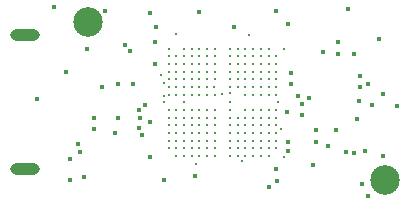
<source format=gbr>
%TF.GenerationSoftware,Altium Limited,Altium Designer,20.2.5 (213)*%
G04 Layer_Color=0*
%FSLAX26Y26*%
%MOIN*%
%TF.SameCoordinates,0FE6C2C3-B7F4-45EC-A48D-0F423D7CACB9*%
%TF.FilePolarity,Positive*%
%TF.FileFunction,Plated,1,4,PTH,Drill*%
%TF.Part,Single*%
G01*
G75*
%TA.AperFunction,OtherDrill,Pad Free-3 (2733mil,1600mil)*%
%ADD73C,0.098425*%
%TA.AperFunction,OtherDrill,Pad Free-2 (1741mil,2127mil)*%
%ADD74C,0.098425*%
%TA.AperFunction,ComponentDrill*%
%ADD75O,0.098425X0.039370*%
%TA.AperFunction,ViaDrill,NotFilled*%
%ADD76C,0.008000*%
%ADD77C,0.015000*%
D73*
X2733000Y1600000D02*
D03*
D74*
X1741000Y2127000D02*
D03*
D75*
X1530000Y2084410D02*
D03*
Y1635590D02*
D03*
D76*
X2061759Y1884237D02*
D03*
Y1859066D02*
D03*
X2213590Y1888317D02*
D03*
X2215305Y1859066D02*
D03*
X2164121Y1884237D02*
D03*
X2189074Y1886381D02*
D03*
X2292077Y1756283D02*
D03*
X2240895D02*
D03*
X2266485D02*
D03*
X2215305D02*
D03*
X2317667D02*
D03*
X2164121Y1833055D02*
D03*
X2215305Y1909829D02*
D03*
X2317667Y1781875D02*
D03*
X2343257D02*
D03*
X2368847D02*
D03*
X2343257Y1756283D02*
D03*
X2164448Y1935745D02*
D03*
X2163039Y1908747D02*
D03*
X2215305Y1935419D02*
D03*
X2138531Y1884237D02*
D03*
Y1935419D02*
D03*
Y1909829D02*
D03*
X2164121Y1730693D02*
D03*
Y1705103D02*
D03*
X2061759Y1833055D02*
D03*
X2087351D02*
D03*
X2368847Y1884237D02*
D03*
X2373911Y1859066D02*
D03*
X2385775Y1769079D02*
D03*
X2266531Y1679557D02*
D03*
X2254332Y1663349D02*
D03*
X1994726Y1858549D02*
D03*
Y1878636D02*
D03*
X2112941Y1961009D02*
D03*
X2010579Y1833055D02*
D03*
X2100147Y1654071D02*
D03*
X2215305Y1807465D02*
D03*
X2010579Y1730693D02*
D03*
X2393657Y1676895D02*
D03*
X2036169Y2085957D02*
D03*
X1994726Y1921532D02*
D03*
X1985391Y1948838D02*
D03*
X2010579Y1935419D02*
D03*
X2240895Y1909829D02*
D03*
X2112941Y1807465D02*
D03*
X2279281Y2084410D02*
D03*
X2292077Y2037781D02*
D03*
X2395885D02*
D03*
X2215305Y1833055D02*
D03*
X2164121Y1807465D02*
D03*
X2138531Y1833055D02*
D03*
Y1807465D02*
D03*
X2240895D02*
D03*
X2164121Y1781875D02*
D03*
X2215305D02*
D03*
X2112941Y1833055D02*
D03*
X2266485D02*
D03*
X2112941Y1884237D02*
D03*
X2266485D02*
D03*
X2138531Y1781875D02*
D03*
X2240895D02*
D03*
X2266485Y1807465D02*
D03*
X2112941Y1909829D02*
D03*
X2266485D02*
D03*
X2240895Y1935419D02*
D03*
X2112941Y1781875D02*
D03*
X2266485D02*
D03*
X2087351Y1884237D02*
D03*
X2164121Y1756283D02*
D03*
X2112941Y1935419D02*
D03*
X2266485D02*
D03*
X2164121Y1961009D02*
D03*
X2215305D02*
D03*
X2292077Y1833055D02*
D03*
Y1884237D02*
D03*
X2087351Y1807465D02*
D03*
Y1909829D02*
D03*
X2138531Y1756283D02*
D03*
Y1961009D02*
D03*
X2240895D02*
D03*
X2292077Y1807465D02*
D03*
Y1909829D02*
D03*
X2087351Y1781875D02*
D03*
Y1935419D02*
D03*
X2112941Y1756283D02*
D03*
X2266485Y1961009D02*
D03*
X2292077Y1781875D02*
D03*
Y1935419D02*
D03*
X2215305Y1730693D02*
D03*
X2317667Y1833055D02*
D03*
Y1884237D02*
D03*
X2164121Y1986601D02*
D03*
X2215305D02*
D03*
X2138531Y1730693D02*
D03*
X2240895D02*
D03*
X2061759Y1807465D02*
D03*
X2317667D02*
D03*
X2061759Y1909829D02*
D03*
X2317667D02*
D03*
X2138531Y1986601D02*
D03*
X2240895D02*
D03*
X2087351Y1756283D02*
D03*
Y1961009D02*
D03*
X2292077D02*
D03*
X2112941Y1730693D02*
D03*
X2266485D02*
D03*
X2061759Y1781875D02*
D03*
Y1935419D02*
D03*
X2317667D02*
D03*
X2112941Y1986601D02*
D03*
X2266485D02*
D03*
X2215305Y1705103D02*
D03*
X2036169Y1833055D02*
D03*
X2343257D02*
D03*
X2036169Y1884237D02*
D03*
X2343257D02*
D03*
X2164121Y2012191D02*
D03*
X2215305D02*
D03*
X2138531Y1705103D02*
D03*
X2240895D02*
D03*
X2087351Y1730693D02*
D03*
X2036169Y1807465D02*
D03*
X2343257D02*
D03*
X2292077Y1730693D02*
D03*
X2036169Y1909829D02*
D03*
X2343257D02*
D03*
X2061759Y1756283D02*
D03*
Y1961009D02*
D03*
X2317667D02*
D03*
X2087351Y1986601D02*
D03*
X2138531Y2012191D02*
D03*
X2240895D02*
D03*
X2292077Y1986601D02*
D03*
X2112941Y1705103D02*
D03*
X2266485D02*
D03*
X2036169Y1781875D02*
D03*
Y1935419D02*
D03*
X2343257D02*
D03*
X2112941Y2012191D02*
D03*
X2266485D02*
D03*
X2061759Y1730693D02*
D03*
X2317667D02*
D03*
X2061759Y1986601D02*
D03*
X2317667D02*
D03*
X2087351Y1705103D02*
D03*
X2368847Y1833055D02*
D03*
X2010579Y1884237D02*
D03*
X2292077Y1705103D02*
D03*
X2036169Y1756283D02*
D03*
Y1961009D02*
D03*
X2343257D02*
D03*
X2087351Y2012191D02*
D03*
X2164121Y1679511D02*
D03*
X2215305D02*
D03*
X2164121Y2037781D02*
D03*
X2215305D02*
D03*
X2292077Y2012191D02*
D03*
X2010579Y1807465D02*
D03*
X2368847D02*
D03*
X2010579Y1909829D02*
D03*
X2368847D02*
D03*
X2138531Y1679511D02*
D03*
X2240895D02*
D03*
X2138531Y2037781D02*
D03*
X2240895D02*
D03*
X2010579Y1781875D02*
D03*
X2368847Y1935419D02*
D03*
X2112941Y1679511D02*
D03*
Y2037781D02*
D03*
X2266485D02*
D03*
X2061759Y1705103D02*
D03*
X2317667D02*
D03*
X2036169Y1730693D02*
D03*
X2343257D02*
D03*
X2036169Y1986601D02*
D03*
X2343257D02*
D03*
X2061759Y2012191D02*
D03*
X2317667D02*
D03*
X2010579Y1756283D02*
D03*
X2368847D02*
D03*
X2010579Y1961009D02*
D03*
X2368847D02*
D03*
X2087351Y1679511D02*
D03*
Y2037781D02*
D03*
X2292077Y1679511D02*
D03*
X2036169Y1705103D02*
D03*
X2343257D02*
D03*
X2036169Y2012191D02*
D03*
X2343257D02*
D03*
X2368847Y1730693D02*
D03*
X2010579Y1986601D02*
D03*
X2368847D02*
D03*
X2061759Y1679511D02*
D03*
X2317667D02*
D03*
X2061759Y2037781D02*
D03*
X2317667D02*
D03*
X2010579Y1705103D02*
D03*
X2368847D02*
D03*
X2010579Y2012191D02*
D03*
X2368847D02*
D03*
X2036169Y1679511D02*
D03*
X2343257D02*
D03*
Y2037781D02*
D03*
X2010579D02*
D03*
D77*
X2686916Y1849163D02*
D03*
X2644514Y1863944D02*
D03*
X2724945Y1884922D02*
D03*
X2227000Y2111000D02*
D03*
X2454293Y1853050D02*
D03*
X2441292Y1878636D02*
D03*
X2404293Y1825790D02*
D03*
X2648486Y1908525D02*
D03*
X2476762Y1874184D02*
D03*
X2454293Y1815050D02*
D03*
X2500248Y1764825D02*
D03*
Y1725188D02*
D03*
X2675284Y1546700D02*
D03*
X2370610Y1596810D02*
D03*
X2343716Y1575214D02*
D03*
X2368014Y1635590D02*
D03*
X2492378Y1649303D02*
D03*
X2409038Y1725188D02*
D03*
Y1695816D02*
D03*
X1995434Y1600000D02*
D03*
X2416980Y1956060D02*
D03*
X2417710Y1918060D02*
D03*
X2724945Y1679511D02*
D03*
X2628383Y1688161D02*
D03*
X2567783Y1764825D02*
D03*
X2096720Y1612064D02*
D03*
X2648486Y1947575D02*
D03*
X2602708Y1692307D02*
D03*
X2575388Y2019284D02*
D03*
X2523447Y2027644D02*
D03*
X1570496Y1869684D02*
D03*
X1760000Y1768601D02*
D03*
X1840875Y1804789D02*
D03*
X1912135Y1774521D02*
D03*
X1915802Y1805058D02*
D03*
X1947253Y1793616D02*
D03*
X1629209Y2176889D02*
D03*
X1948155Y2156034D02*
D03*
X2368847Y2164478D02*
D03*
X1911644Y1831751D02*
D03*
X2608459Y2170195D02*
D03*
X2112941Y2161177D02*
D03*
X1798575Y2161653D02*
D03*
X2666383Y1695816D02*
D03*
X2710581Y2070070D02*
D03*
X2576178Y2058576D02*
D03*
X2409038Y2118883D02*
D03*
X2627459Y2019673D02*
D03*
X1668732Y1958174D02*
D03*
X1728572Y1608425D02*
D03*
X1948155Y1676895D02*
D03*
X1789579Y1908525D02*
D03*
X1840875Y1919479D02*
D03*
X1932693Y1850753D02*
D03*
X2655787Y1586019D02*
D03*
X1716137Y1692307D02*
D03*
X1736700Y2037787D02*
D03*
X1892750Y1919479D02*
D03*
X1760000Y1807465D02*
D03*
X1706814Y1719707D02*
D03*
X1830745Y1758039D02*
D03*
X1682801Y1598189D02*
D03*
X1969501Y2111000D02*
D03*
X1921000Y1750079D02*
D03*
X1864425Y2049060D02*
D03*
X1882106Y2029254D02*
D03*
X1966253Y2059998D02*
D03*
Y1987580D02*
D03*
X2637915Y1804149D02*
D03*
X2772070Y1845851D02*
D03*
X1682801Y1669161D02*
D03*
X2540198Y1712724D02*
D03*
X2673608Y1920000D02*
D03*
%TF.MD5,e87b7be2c5270eb133ebc36a0a5fe912*%
M02*

</source>
